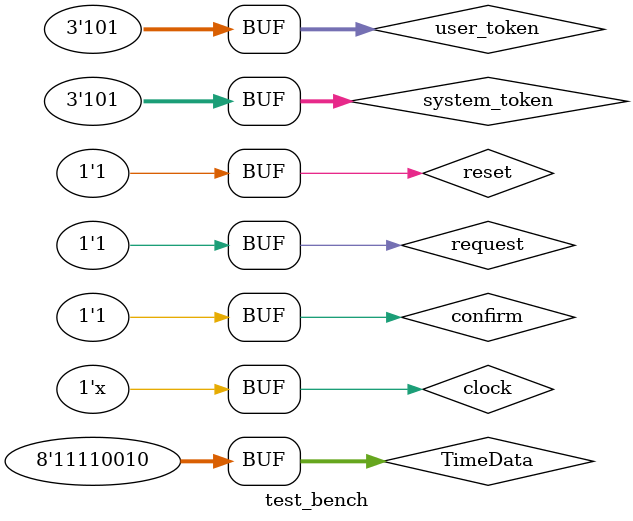
<source format=v>
`timescale 1ns / 1ps


module test_bench;

	
reg [2:0]      system_token;
reg            request;
reg  [7:0]    TimeData;
reg           reset;
reg           clock;
reg           confirm ;
reg  [2:0]    user_token;
   //Outputs
wire   [7:0]  data_Q;
wire   [7:0]  data_P;
// Instantiate the Unit Under Test (UUT)
	controller uut (
		.system_token(system_token), 
		.request(request), 
		.TimeData(TimeData), 
		.reset(reset), 
		.clock(clock), 
		.confirm(confirm), 
		.user_token(user_token), 
		.data_Q(data_Q), 
		.data_P(data_P)
	);

initial begin
// Initialize Inputs
		system_token = 3'b101;
		request = 1'b0;
		reset = 1'b0;
		
		
		#30
		reset = 1'b1;
		request = 1'b1;

		#30
		//S1
		request = 1'b1;
		confirm = 1'b1;
		user_token = 3'b101;
		
		#40
		//S2
		request = 1'b1;
		confirm = 1'b1;
		TimeData = 8'b11110010;
end

initial
   begin
      clock = 1'b0;
      #600;
   end

always
   #10 clock = ~clock;

      
endmodule


</source>
